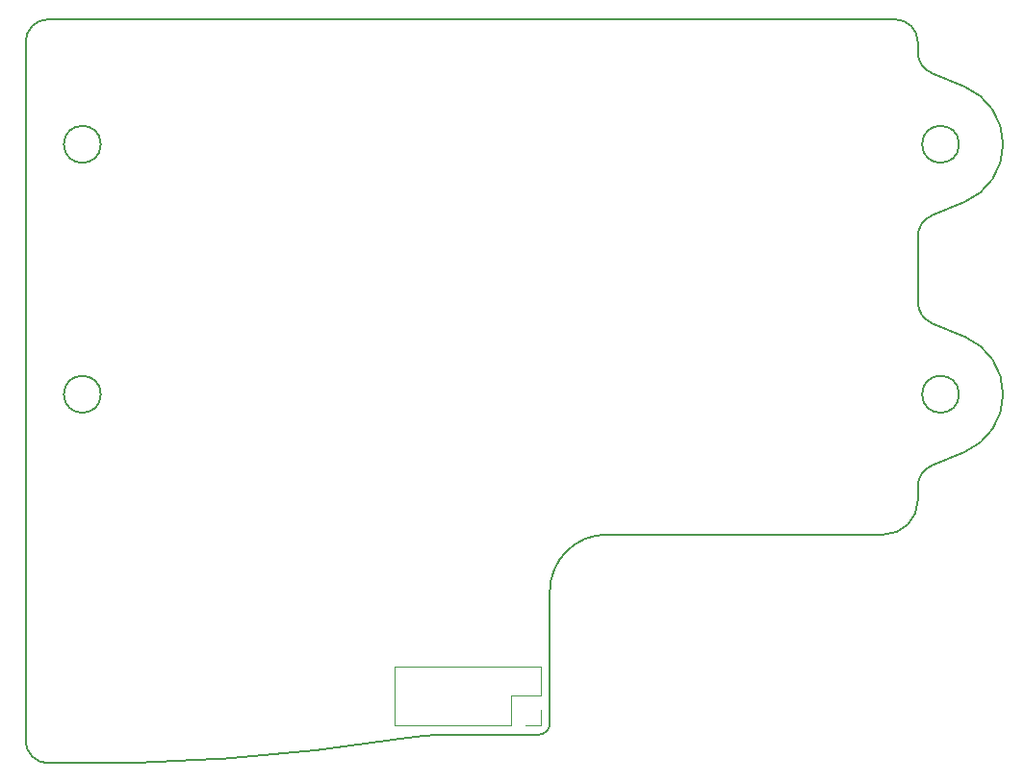
<source format=gbr>
%TF.GenerationSoftware,KiCad,Pcbnew,(5.0.0)*%
%TF.CreationDate,2019-04-02T12:02:53-04:00*%
%TF.ProjectId,Fusion Dummy Mainboard Test Fit,467573696F6E2044756D6D79204D6169,rev?*%
%TF.SameCoordinates,Original*%
%TF.FileFunction,Legend,Bot*%
%TF.FilePolarity,Positive*%
%FSLAX46Y46*%
G04 Gerber Fmt 4.6, Leading zero omitted, Abs format (unit mm)*
G04 Created by KiCad (PCBNEW (5.0.0)) date 04/02/19 12:02:53*
%MOMM*%
%LPD*%
G01*
G04 APERTURE LIST*
%ADD10C,0.200000*%
%ADD11C,0.120000*%
G04 APERTURE END LIST*
D10*
X158000000Y-81882059D02*
X158000000Y-81000000D01*
X86125000Y-112000000D02*
G75*
G03X86125000Y-112000000I-1625000J0D01*
G01*
X161625000Y-112000000D02*
G75*
G03X161625000Y-112000000I-1625000J0D01*
G01*
X161625000Y-90000000D02*
G75*
G03X161625000Y-90000000I-1625000J0D01*
G01*
X86125000Y-90000000D02*
G75*
G03X86125000Y-90000000I-1625000J0D01*
G01*
X159234633Y-105729818D02*
G75*
G02X158000000Y-103882059I765367J1847759D01*
G01*
X125630000Y-140960000D02*
X125630000Y-129350000D01*
X162104759Y-84918663D02*
X159234633Y-83729818D01*
X159234633Y-83729818D02*
G75*
G02X158000000Y-81882059I765367J1847759D01*
G01*
X159234633Y-96270183D02*
X162104759Y-95081338D01*
X158000000Y-98117942D02*
G75*
G02X159234633Y-96270183I2000000J0D01*
G01*
X158000000Y-121350000D02*
G75*
G02X155000000Y-124350000I-3000000J0D01*
G01*
X79500000Y-81000000D02*
G75*
G02X81500000Y-79000000I2000000J0D01*
G01*
X162104759Y-84918662D02*
G75*
G02X162104759Y-95081338I-2104759J-5081338D01*
G01*
X158000000Y-121350000D02*
X158000000Y-120117942D01*
X112897249Y-142264738D02*
G75*
G02X116768705Y-141960000I3871456J-24439533D01*
G01*
X79500000Y-81000000D02*
X79500000Y-142474929D01*
X112897249Y-142264739D02*
G75*
G02X81466574Y-144474650I-28397249J179264739D01*
G01*
X81466574Y-144474650D02*
G75*
G02X79500000Y-142474929I33426J1999721D01*
G01*
X162104759Y-106918663D02*
X159234633Y-105729818D01*
X162104759Y-106918662D02*
G75*
G02X162104759Y-117081338I-2104759J-5081338D01*
G01*
X159234633Y-118270183D02*
X162104759Y-117081338D01*
X125630000Y-140960000D02*
G75*
G02X124630000Y-141960000I-1000000J0D01*
G01*
X130630000Y-124350000D02*
X155000000Y-124350000D01*
X125630000Y-129350000D02*
G75*
G02X130630000Y-124350000I5000000J0D01*
G01*
X116768705Y-141960000D02*
X124630000Y-141960000D01*
X158000000Y-103882059D02*
X158000000Y-98117942D01*
X158000000Y-120117942D02*
G75*
G02X159234633Y-118270183I2000000J0D01*
G01*
X156000000Y-79000000D02*
X81500000Y-79000000D01*
X156000000Y-79000000D02*
G75*
G02X158000000Y-81000000I0J-2000000D01*
G01*
D11*
X111990000Y-141140000D02*
X111990000Y-135940000D01*
X122210000Y-141140000D02*
X111990000Y-141140000D01*
X124810000Y-135940000D02*
X111990000Y-135940000D01*
X122210000Y-141140000D02*
X122210000Y-138540000D01*
X122210000Y-138540000D02*
X124810000Y-138540000D01*
X124810000Y-138540000D02*
X124810000Y-135940000D01*
X123480000Y-141140000D02*
X124810000Y-141140000D01*
X124810000Y-141140000D02*
X124810000Y-139810000D01*
M02*

</source>
